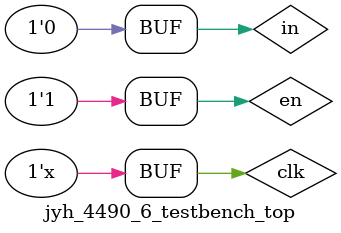
<source format=v>
`timescale 1ns/1ns
module jyh_4490_6_testbench_top;
reg clk;
wire [6:0] code;
wire [7:0] seg;
wire [19:0] cnt;
reg in;
reg en;
wire subclk;
wire [3:0] out0;

initial begin
	clk=0;
	in=0;
	en=1;
end

always#10 clk=~clk;
always
begin
	#1500000;
	in=0;
	repeat(5)
	begin
		in=1;
		#1000000;
		in=0;
		#1000000;
	end
	in=1;
	#35000000
	repeat(5)
	begin
		in=0;
		#1000000;
		in=1;
		#1000000;
	end
	in=0;
	#15000000;
end
	

jyh_4490_6_entry E1(.code(code),.seg(seg),.clk_50m(clk),.en(en),.in(in),
							//数码管型码 		数码管位码    50M				清零信号 	  使能信号	 按键
								.out0(out0),.subclk(subclk),.cnt(cnt));
								
							//计数值 							消抖值
endmodule
</source>
